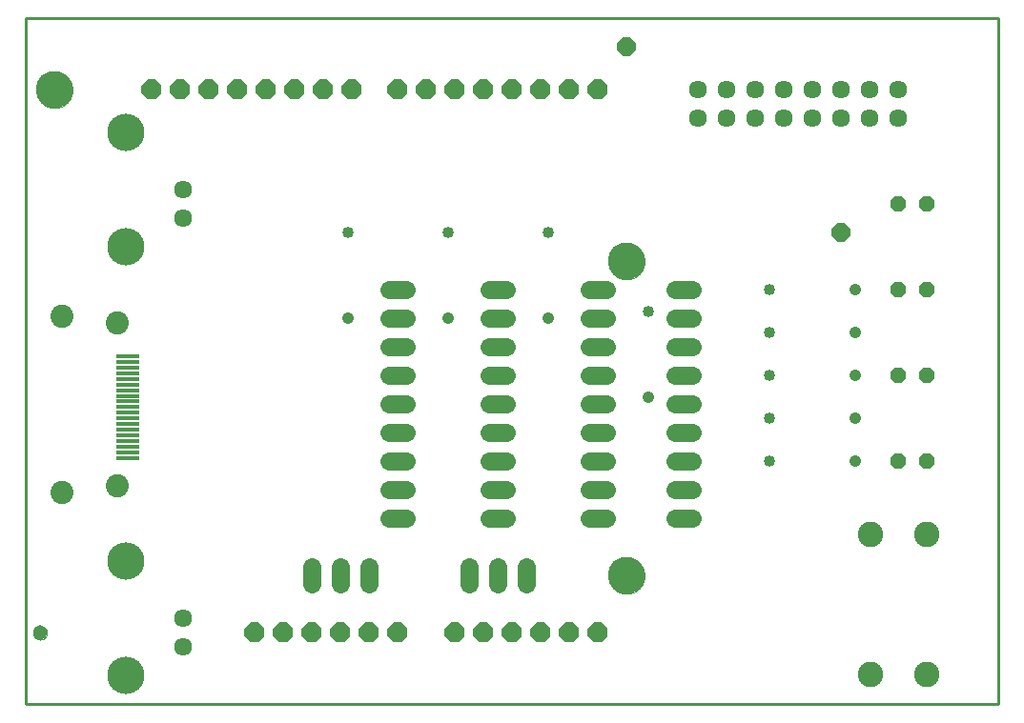
<source format=gts>
G75*
%MOIN*%
%OFA0B0*%
%FSLAX25Y25*%
%IPPOS*%
%LPD*%
%AMOC8*
5,1,8,0,0,1.08239X$1,22.5*
%
%ADD10C,0.00000*%
%ADD11C,0.12998*%
%ADD12C,0.05124*%
%ADD13C,0.01000*%
%ADD14R,0.07880X0.01581*%
%ADD15C,0.08077*%
%ADD16OC8,0.07000*%
%ADD17C,0.06400*%
%ADD18OC8,0.05600*%
%ADD19C,0.06337*%
%ADD20C,0.08900*%
%ADD21OC8,0.06400*%
%ADD22C,0.04000*%
%ADD23C,0.04123*%
%ADD24C,0.13061*%
D10*
X0079638Y0026500D02*
X0079640Y0026597D01*
X0079646Y0026694D01*
X0079656Y0026790D01*
X0079670Y0026886D01*
X0079688Y0026982D01*
X0079709Y0027076D01*
X0079735Y0027170D01*
X0079764Y0027262D01*
X0079798Y0027353D01*
X0079834Y0027443D01*
X0079875Y0027531D01*
X0079919Y0027617D01*
X0079967Y0027702D01*
X0080018Y0027784D01*
X0080072Y0027865D01*
X0080130Y0027943D01*
X0080191Y0028018D01*
X0080254Y0028091D01*
X0080321Y0028162D01*
X0080391Y0028229D01*
X0080463Y0028294D01*
X0080538Y0028355D01*
X0080616Y0028414D01*
X0080695Y0028469D01*
X0080777Y0028521D01*
X0080861Y0028569D01*
X0080947Y0028614D01*
X0081035Y0028656D01*
X0081124Y0028694D01*
X0081215Y0028728D01*
X0081307Y0028758D01*
X0081400Y0028785D01*
X0081495Y0028807D01*
X0081590Y0028826D01*
X0081686Y0028841D01*
X0081782Y0028852D01*
X0081879Y0028859D01*
X0081976Y0028862D01*
X0082073Y0028861D01*
X0082170Y0028856D01*
X0082266Y0028847D01*
X0082362Y0028834D01*
X0082458Y0028817D01*
X0082553Y0028796D01*
X0082646Y0028772D01*
X0082739Y0028743D01*
X0082831Y0028711D01*
X0082921Y0028675D01*
X0083009Y0028636D01*
X0083096Y0028592D01*
X0083181Y0028546D01*
X0083264Y0028495D01*
X0083345Y0028442D01*
X0083423Y0028385D01*
X0083500Y0028325D01*
X0083573Y0028262D01*
X0083644Y0028196D01*
X0083712Y0028127D01*
X0083778Y0028055D01*
X0083840Y0027981D01*
X0083899Y0027904D01*
X0083955Y0027825D01*
X0084008Y0027743D01*
X0084058Y0027660D01*
X0084103Y0027574D01*
X0084146Y0027487D01*
X0084185Y0027398D01*
X0084220Y0027308D01*
X0084251Y0027216D01*
X0084278Y0027123D01*
X0084302Y0027029D01*
X0084322Y0026934D01*
X0084338Y0026838D01*
X0084350Y0026742D01*
X0084358Y0026645D01*
X0084362Y0026548D01*
X0084362Y0026452D01*
X0084358Y0026355D01*
X0084350Y0026258D01*
X0084338Y0026162D01*
X0084322Y0026066D01*
X0084302Y0025971D01*
X0084278Y0025877D01*
X0084251Y0025784D01*
X0084220Y0025692D01*
X0084185Y0025602D01*
X0084146Y0025513D01*
X0084103Y0025426D01*
X0084058Y0025340D01*
X0084008Y0025257D01*
X0083955Y0025175D01*
X0083899Y0025096D01*
X0083840Y0025019D01*
X0083778Y0024945D01*
X0083712Y0024873D01*
X0083644Y0024804D01*
X0083573Y0024738D01*
X0083500Y0024675D01*
X0083423Y0024615D01*
X0083345Y0024558D01*
X0083264Y0024505D01*
X0083181Y0024454D01*
X0083096Y0024408D01*
X0083009Y0024364D01*
X0082921Y0024325D01*
X0082831Y0024289D01*
X0082739Y0024257D01*
X0082646Y0024228D01*
X0082553Y0024204D01*
X0082458Y0024183D01*
X0082362Y0024166D01*
X0082266Y0024153D01*
X0082170Y0024144D01*
X0082073Y0024139D01*
X0081976Y0024138D01*
X0081879Y0024141D01*
X0081782Y0024148D01*
X0081686Y0024159D01*
X0081590Y0024174D01*
X0081495Y0024193D01*
X0081400Y0024215D01*
X0081307Y0024242D01*
X0081215Y0024272D01*
X0081124Y0024306D01*
X0081035Y0024344D01*
X0080947Y0024386D01*
X0080861Y0024431D01*
X0080777Y0024479D01*
X0080695Y0024531D01*
X0080616Y0024586D01*
X0080538Y0024645D01*
X0080463Y0024706D01*
X0080391Y0024771D01*
X0080321Y0024838D01*
X0080254Y0024909D01*
X0080191Y0024982D01*
X0080130Y0025057D01*
X0080072Y0025135D01*
X0080018Y0025216D01*
X0079967Y0025298D01*
X0079919Y0025383D01*
X0079875Y0025469D01*
X0079834Y0025557D01*
X0079798Y0025647D01*
X0079764Y0025738D01*
X0079735Y0025830D01*
X0079709Y0025924D01*
X0079688Y0026018D01*
X0079670Y0026114D01*
X0079656Y0026210D01*
X0079646Y0026306D01*
X0079640Y0026403D01*
X0079638Y0026500D01*
X0280701Y0046500D02*
X0280703Y0046658D01*
X0280709Y0046816D01*
X0280719Y0046974D01*
X0280733Y0047132D01*
X0280751Y0047289D01*
X0280772Y0047446D01*
X0280798Y0047602D01*
X0280828Y0047758D01*
X0280861Y0047913D01*
X0280899Y0048066D01*
X0280940Y0048219D01*
X0280985Y0048371D01*
X0281034Y0048522D01*
X0281087Y0048671D01*
X0281143Y0048819D01*
X0281203Y0048965D01*
X0281267Y0049110D01*
X0281335Y0049253D01*
X0281406Y0049395D01*
X0281480Y0049535D01*
X0281558Y0049672D01*
X0281640Y0049808D01*
X0281724Y0049942D01*
X0281813Y0050073D01*
X0281904Y0050202D01*
X0281999Y0050329D01*
X0282096Y0050454D01*
X0282197Y0050576D01*
X0282301Y0050695D01*
X0282408Y0050812D01*
X0282518Y0050926D01*
X0282631Y0051037D01*
X0282746Y0051146D01*
X0282864Y0051251D01*
X0282985Y0051353D01*
X0283108Y0051453D01*
X0283234Y0051549D01*
X0283362Y0051642D01*
X0283492Y0051732D01*
X0283625Y0051818D01*
X0283760Y0051902D01*
X0283896Y0051981D01*
X0284035Y0052058D01*
X0284176Y0052130D01*
X0284318Y0052200D01*
X0284462Y0052265D01*
X0284608Y0052327D01*
X0284755Y0052385D01*
X0284904Y0052440D01*
X0285054Y0052491D01*
X0285205Y0052538D01*
X0285357Y0052581D01*
X0285510Y0052620D01*
X0285665Y0052656D01*
X0285820Y0052687D01*
X0285976Y0052715D01*
X0286132Y0052739D01*
X0286289Y0052759D01*
X0286447Y0052775D01*
X0286604Y0052787D01*
X0286763Y0052795D01*
X0286921Y0052799D01*
X0287079Y0052799D01*
X0287237Y0052795D01*
X0287396Y0052787D01*
X0287553Y0052775D01*
X0287711Y0052759D01*
X0287868Y0052739D01*
X0288024Y0052715D01*
X0288180Y0052687D01*
X0288335Y0052656D01*
X0288490Y0052620D01*
X0288643Y0052581D01*
X0288795Y0052538D01*
X0288946Y0052491D01*
X0289096Y0052440D01*
X0289245Y0052385D01*
X0289392Y0052327D01*
X0289538Y0052265D01*
X0289682Y0052200D01*
X0289824Y0052130D01*
X0289965Y0052058D01*
X0290104Y0051981D01*
X0290240Y0051902D01*
X0290375Y0051818D01*
X0290508Y0051732D01*
X0290638Y0051642D01*
X0290766Y0051549D01*
X0290892Y0051453D01*
X0291015Y0051353D01*
X0291136Y0051251D01*
X0291254Y0051146D01*
X0291369Y0051037D01*
X0291482Y0050926D01*
X0291592Y0050812D01*
X0291699Y0050695D01*
X0291803Y0050576D01*
X0291904Y0050454D01*
X0292001Y0050329D01*
X0292096Y0050202D01*
X0292187Y0050073D01*
X0292276Y0049942D01*
X0292360Y0049808D01*
X0292442Y0049672D01*
X0292520Y0049535D01*
X0292594Y0049395D01*
X0292665Y0049253D01*
X0292733Y0049110D01*
X0292797Y0048965D01*
X0292857Y0048819D01*
X0292913Y0048671D01*
X0292966Y0048522D01*
X0293015Y0048371D01*
X0293060Y0048219D01*
X0293101Y0048066D01*
X0293139Y0047913D01*
X0293172Y0047758D01*
X0293202Y0047602D01*
X0293228Y0047446D01*
X0293249Y0047289D01*
X0293267Y0047132D01*
X0293281Y0046974D01*
X0293291Y0046816D01*
X0293297Y0046658D01*
X0293299Y0046500D01*
X0293297Y0046342D01*
X0293291Y0046184D01*
X0293281Y0046026D01*
X0293267Y0045868D01*
X0293249Y0045711D01*
X0293228Y0045554D01*
X0293202Y0045398D01*
X0293172Y0045242D01*
X0293139Y0045087D01*
X0293101Y0044934D01*
X0293060Y0044781D01*
X0293015Y0044629D01*
X0292966Y0044478D01*
X0292913Y0044329D01*
X0292857Y0044181D01*
X0292797Y0044035D01*
X0292733Y0043890D01*
X0292665Y0043747D01*
X0292594Y0043605D01*
X0292520Y0043465D01*
X0292442Y0043328D01*
X0292360Y0043192D01*
X0292276Y0043058D01*
X0292187Y0042927D01*
X0292096Y0042798D01*
X0292001Y0042671D01*
X0291904Y0042546D01*
X0291803Y0042424D01*
X0291699Y0042305D01*
X0291592Y0042188D01*
X0291482Y0042074D01*
X0291369Y0041963D01*
X0291254Y0041854D01*
X0291136Y0041749D01*
X0291015Y0041647D01*
X0290892Y0041547D01*
X0290766Y0041451D01*
X0290638Y0041358D01*
X0290508Y0041268D01*
X0290375Y0041182D01*
X0290240Y0041098D01*
X0290104Y0041019D01*
X0289965Y0040942D01*
X0289824Y0040870D01*
X0289682Y0040800D01*
X0289538Y0040735D01*
X0289392Y0040673D01*
X0289245Y0040615D01*
X0289096Y0040560D01*
X0288946Y0040509D01*
X0288795Y0040462D01*
X0288643Y0040419D01*
X0288490Y0040380D01*
X0288335Y0040344D01*
X0288180Y0040313D01*
X0288024Y0040285D01*
X0287868Y0040261D01*
X0287711Y0040241D01*
X0287553Y0040225D01*
X0287396Y0040213D01*
X0287237Y0040205D01*
X0287079Y0040201D01*
X0286921Y0040201D01*
X0286763Y0040205D01*
X0286604Y0040213D01*
X0286447Y0040225D01*
X0286289Y0040241D01*
X0286132Y0040261D01*
X0285976Y0040285D01*
X0285820Y0040313D01*
X0285665Y0040344D01*
X0285510Y0040380D01*
X0285357Y0040419D01*
X0285205Y0040462D01*
X0285054Y0040509D01*
X0284904Y0040560D01*
X0284755Y0040615D01*
X0284608Y0040673D01*
X0284462Y0040735D01*
X0284318Y0040800D01*
X0284176Y0040870D01*
X0284035Y0040942D01*
X0283896Y0041019D01*
X0283760Y0041098D01*
X0283625Y0041182D01*
X0283492Y0041268D01*
X0283362Y0041358D01*
X0283234Y0041451D01*
X0283108Y0041547D01*
X0282985Y0041647D01*
X0282864Y0041749D01*
X0282746Y0041854D01*
X0282631Y0041963D01*
X0282518Y0042074D01*
X0282408Y0042188D01*
X0282301Y0042305D01*
X0282197Y0042424D01*
X0282096Y0042546D01*
X0281999Y0042671D01*
X0281904Y0042798D01*
X0281813Y0042927D01*
X0281724Y0043058D01*
X0281640Y0043192D01*
X0281558Y0043328D01*
X0281480Y0043465D01*
X0281406Y0043605D01*
X0281335Y0043747D01*
X0281267Y0043890D01*
X0281203Y0044035D01*
X0281143Y0044181D01*
X0281087Y0044329D01*
X0281034Y0044478D01*
X0280985Y0044629D01*
X0280940Y0044781D01*
X0280899Y0044934D01*
X0280861Y0045087D01*
X0280828Y0045242D01*
X0280798Y0045398D01*
X0280772Y0045554D01*
X0280751Y0045711D01*
X0280733Y0045868D01*
X0280719Y0046026D01*
X0280709Y0046184D01*
X0280703Y0046342D01*
X0280701Y0046500D01*
X0280701Y0156500D02*
X0280703Y0156658D01*
X0280709Y0156816D01*
X0280719Y0156974D01*
X0280733Y0157132D01*
X0280751Y0157289D01*
X0280772Y0157446D01*
X0280798Y0157602D01*
X0280828Y0157758D01*
X0280861Y0157913D01*
X0280899Y0158066D01*
X0280940Y0158219D01*
X0280985Y0158371D01*
X0281034Y0158522D01*
X0281087Y0158671D01*
X0281143Y0158819D01*
X0281203Y0158965D01*
X0281267Y0159110D01*
X0281335Y0159253D01*
X0281406Y0159395D01*
X0281480Y0159535D01*
X0281558Y0159672D01*
X0281640Y0159808D01*
X0281724Y0159942D01*
X0281813Y0160073D01*
X0281904Y0160202D01*
X0281999Y0160329D01*
X0282096Y0160454D01*
X0282197Y0160576D01*
X0282301Y0160695D01*
X0282408Y0160812D01*
X0282518Y0160926D01*
X0282631Y0161037D01*
X0282746Y0161146D01*
X0282864Y0161251D01*
X0282985Y0161353D01*
X0283108Y0161453D01*
X0283234Y0161549D01*
X0283362Y0161642D01*
X0283492Y0161732D01*
X0283625Y0161818D01*
X0283760Y0161902D01*
X0283896Y0161981D01*
X0284035Y0162058D01*
X0284176Y0162130D01*
X0284318Y0162200D01*
X0284462Y0162265D01*
X0284608Y0162327D01*
X0284755Y0162385D01*
X0284904Y0162440D01*
X0285054Y0162491D01*
X0285205Y0162538D01*
X0285357Y0162581D01*
X0285510Y0162620D01*
X0285665Y0162656D01*
X0285820Y0162687D01*
X0285976Y0162715D01*
X0286132Y0162739D01*
X0286289Y0162759D01*
X0286447Y0162775D01*
X0286604Y0162787D01*
X0286763Y0162795D01*
X0286921Y0162799D01*
X0287079Y0162799D01*
X0287237Y0162795D01*
X0287396Y0162787D01*
X0287553Y0162775D01*
X0287711Y0162759D01*
X0287868Y0162739D01*
X0288024Y0162715D01*
X0288180Y0162687D01*
X0288335Y0162656D01*
X0288490Y0162620D01*
X0288643Y0162581D01*
X0288795Y0162538D01*
X0288946Y0162491D01*
X0289096Y0162440D01*
X0289245Y0162385D01*
X0289392Y0162327D01*
X0289538Y0162265D01*
X0289682Y0162200D01*
X0289824Y0162130D01*
X0289965Y0162058D01*
X0290104Y0161981D01*
X0290240Y0161902D01*
X0290375Y0161818D01*
X0290508Y0161732D01*
X0290638Y0161642D01*
X0290766Y0161549D01*
X0290892Y0161453D01*
X0291015Y0161353D01*
X0291136Y0161251D01*
X0291254Y0161146D01*
X0291369Y0161037D01*
X0291482Y0160926D01*
X0291592Y0160812D01*
X0291699Y0160695D01*
X0291803Y0160576D01*
X0291904Y0160454D01*
X0292001Y0160329D01*
X0292096Y0160202D01*
X0292187Y0160073D01*
X0292276Y0159942D01*
X0292360Y0159808D01*
X0292442Y0159672D01*
X0292520Y0159535D01*
X0292594Y0159395D01*
X0292665Y0159253D01*
X0292733Y0159110D01*
X0292797Y0158965D01*
X0292857Y0158819D01*
X0292913Y0158671D01*
X0292966Y0158522D01*
X0293015Y0158371D01*
X0293060Y0158219D01*
X0293101Y0158066D01*
X0293139Y0157913D01*
X0293172Y0157758D01*
X0293202Y0157602D01*
X0293228Y0157446D01*
X0293249Y0157289D01*
X0293267Y0157132D01*
X0293281Y0156974D01*
X0293291Y0156816D01*
X0293297Y0156658D01*
X0293299Y0156500D01*
X0293297Y0156342D01*
X0293291Y0156184D01*
X0293281Y0156026D01*
X0293267Y0155868D01*
X0293249Y0155711D01*
X0293228Y0155554D01*
X0293202Y0155398D01*
X0293172Y0155242D01*
X0293139Y0155087D01*
X0293101Y0154934D01*
X0293060Y0154781D01*
X0293015Y0154629D01*
X0292966Y0154478D01*
X0292913Y0154329D01*
X0292857Y0154181D01*
X0292797Y0154035D01*
X0292733Y0153890D01*
X0292665Y0153747D01*
X0292594Y0153605D01*
X0292520Y0153465D01*
X0292442Y0153328D01*
X0292360Y0153192D01*
X0292276Y0153058D01*
X0292187Y0152927D01*
X0292096Y0152798D01*
X0292001Y0152671D01*
X0291904Y0152546D01*
X0291803Y0152424D01*
X0291699Y0152305D01*
X0291592Y0152188D01*
X0291482Y0152074D01*
X0291369Y0151963D01*
X0291254Y0151854D01*
X0291136Y0151749D01*
X0291015Y0151647D01*
X0290892Y0151547D01*
X0290766Y0151451D01*
X0290638Y0151358D01*
X0290508Y0151268D01*
X0290375Y0151182D01*
X0290240Y0151098D01*
X0290104Y0151019D01*
X0289965Y0150942D01*
X0289824Y0150870D01*
X0289682Y0150800D01*
X0289538Y0150735D01*
X0289392Y0150673D01*
X0289245Y0150615D01*
X0289096Y0150560D01*
X0288946Y0150509D01*
X0288795Y0150462D01*
X0288643Y0150419D01*
X0288490Y0150380D01*
X0288335Y0150344D01*
X0288180Y0150313D01*
X0288024Y0150285D01*
X0287868Y0150261D01*
X0287711Y0150241D01*
X0287553Y0150225D01*
X0287396Y0150213D01*
X0287237Y0150205D01*
X0287079Y0150201D01*
X0286921Y0150201D01*
X0286763Y0150205D01*
X0286604Y0150213D01*
X0286447Y0150225D01*
X0286289Y0150241D01*
X0286132Y0150261D01*
X0285976Y0150285D01*
X0285820Y0150313D01*
X0285665Y0150344D01*
X0285510Y0150380D01*
X0285357Y0150419D01*
X0285205Y0150462D01*
X0285054Y0150509D01*
X0284904Y0150560D01*
X0284755Y0150615D01*
X0284608Y0150673D01*
X0284462Y0150735D01*
X0284318Y0150800D01*
X0284176Y0150870D01*
X0284035Y0150942D01*
X0283896Y0151019D01*
X0283760Y0151098D01*
X0283625Y0151182D01*
X0283492Y0151268D01*
X0283362Y0151358D01*
X0283234Y0151451D01*
X0283108Y0151547D01*
X0282985Y0151647D01*
X0282864Y0151749D01*
X0282746Y0151854D01*
X0282631Y0151963D01*
X0282518Y0152074D01*
X0282408Y0152188D01*
X0282301Y0152305D01*
X0282197Y0152424D01*
X0282096Y0152546D01*
X0281999Y0152671D01*
X0281904Y0152798D01*
X0281813Y0152927D01*
X0281724Y0153058D01*
X0281640Y0153192D01*
X0281558Y0153328D01*
X0281480Y0153465D01*
X0281406Y0153605D01*
X0281335Y0153747D01*
X0281267Y0153890D01*
X0281203Y0154035D01*
X0281143Y0154181D01*
X0281087Y0154329D01*
X0281034Y0154478D01*
X0280985Y0154629D01*
X0280940Y0154781D01*
X0280899Y0154934D01*
X0280861Y0155087D01*
X0280828Y0155242D01*
X0280798Y0155398D01*
X0280772Y0155554D01*
X0280751Y0155711D01*
X0280733Y0155868D01*
X0280719Y0156026D01*
X0280709Y0156184D01*
X0280703Y0156342D01*
X0280701Y0156500D01*
X0080701Y0216500D02*
X0080703Y0216658D01*
X0080709Y0216816D01*
X0080719Y0216974D01*
X0080733Y0217132D01*
X0080751Y0217289D01*
X0080772Y0217446D01*
X0080798Y0217602D01*
X0080828Y0217758D01*
X0080861Y0217913D01*
X0080899Y0218066D01*
X0080940Y0218219D01*
X0080985Y0218371D01*
X0081034Y0218522D01*
X0081087Y0218671D01*
X0081143Y0218819D01*
X0081203Y0218965D01*
X0081267Y0219110D01*
X0081335Y0219253D01*
X0081406Y0219395D01*
X0081480Y0219535D01*
X0081558Y0219672D01*
X0081640Y0219808D01*
X0081724Y0219942D01*
X0081813Y0220073D01*
X0081904Y0220202D01*
X0081999Y0220329D01*
X0082096Y0220454D01*
X0082197Y0220576D01*
X0082301Y0220695D01*
X0082408Y0220812D01*
X0082518Y0220926D01*
X0082631Y0221037D01*
X0082746Y0221146D01*
X0082864Y0221251D01*
X0082985Y0221353D01*
X0083108Y0221453D01*
X0083234Y0221549D01*
X0083362Y0221642D01*
X0083492Y0221732D01*
X0083625Y0221818D01*
X0083760Y0221902D01*
X0083896Y0221981D01*
X0084035Y0222058D01*
X0084176Y0222130D01*
X0084318Y0222200D01*
X0084462Y0222265D01*
X0084608Y0222327D01*
X0084755Y0222385D01*
X0084904Y0222440D01*
X0085054Y0222491D01*
X0085205Y0222538D01*
X0085357Y0222581D01*
X0085510Y0222620D01*
X0085665Y0222656D01*
X0085820Y0222687D01*
X0085976Y0222715D01*
X0086132Y0222739D01*
X0086289Y0222759D01*
X0086447Y0222775D01*
X0086604Y0222787D01*
X0086763Y0222795D01*
X0086921Y0222799D01*
X0087079Y0222799D01*
X0087237Y0222795D01*
X0087396Y0222787D01*
X0087553Y0222775D01*
X0087711Y0222759D01*
X0087868Y0222739D01*
X0088024Y0222715D01*
X0088180Y0222687D01*
X0088335Y0222656D01*
X0088490Y0222620D01*
X0088643Y0222581D01*
X0088795Y0222538D01*
X0088946Y0222491D01*
X0089096Y0222440D01*
X0089245Y0222385D01*
X0089392Y0222327D01*
X0089538Y0222265D01*
X0089682Y0222200D01*
X0089824Y0222130D01*
X0089965Y0222058D01*
X0090104Y0221981D01*
X0090240Y0221902D01*
X0090375Y0221818D01*
X0090508Y0221732D01*
X0090638Y0221642D01*
X0090766Y0221549D01*
X0090892Y0221453D01*
X0091015Y0221353D01*
X0091136Y0221251D01*
X0091254Y0221146D01*
X0091369Y0221037D01*
X0091482Y0220926D01*
X0091592Y0220812D01*
X0091699Y0220695D01*
X0091803Y0220576D01*
X0091904Y0220454D01*
X0092001Y0220329D01*
X0092096Y0220202D01*
X0092187Y0220073D01*
X0092276Y0219942D01*
X0092360Y0219808D01*
X0092442Y0219672D01*
X0092520Y0219535D01*
X0092594Y0219395D01*
X0092665Y0219253D01*
X0092733Y0219110D01*
X0092797Y0218965D01*
X0092857Y0218819D01*
X0092913Y0218671D01*
X0092966Y0218522D01*
X0093015Y0218371D01*
X0093060Y0218219D01*
X0093101Y0218066D01*
X0093139Y0217913D01*
X0093172Y0217758D01*
X0093202Y0217602D01*
X0093228Y0217446D01*
X0093249Y0217289D01*
X0093267Y0217132D01*
X0093281Y0216974D01*
X0093291Y0216816D01*
X0093297Y0216658D01*
X0093299Y0216500D01*
X0093297Y0216342D01*
X0093291Y0216184D01*
X0093281Y0216026D01*
X0093267Y0215868D01*
X0093249Y0215711D01*
X0093228Y0215554D01*
X0093202Y0215398D01*
X0093172Y0215242D01*
X0093139Y0215087D01*
X0093101Y0214934D01*
X0093060Y0214781D01*
X0093015Y0214629D01*
X0092966Y0214478D01*
X0092913Y0214329D01*
X0092857Y0214181D01*
X0092797Y0214035D01*
X0092733Y0213890D01*
X0092665Y0213747D01*
X0092594Y0213605D01*
X0092520Y0213465D01*
X0092442Y0213328D01*
X0092360Y0213192D01*
X0092276Y0213058D01*
X0092187Y0212927D01*
X0092096Y0212798D01*
X0092001Y0212671D01*
X0091904Y0212546D01*
X0091803Y0212424D01*
X0091699Y0212305D01*
X0091592Y0212188D01*
X0091482Y0212074D01*
X0091369Y0211963D01*
X0091254Y0211854D01*
X0091136Y0211749D01*
X0091015Y0211647D01*
X0090892Y0211547D01*
X0090766Y0211451D01*
X0090638Y0211358D01*
X0090508Y0211268D01*
X0090375Y0211182D01*
X0090240Y0211098D01*
X0090104Y0211019D01*
X0089965Y0210942D01*
X0089824Y0210870D01*
X0089682Y0210800D01*
X0089538Y0210735D01*
X0089392Y0210673D01*
X0089245Y0210615D01*
X0089096Y0210560D01*
X0088946Y0210509D01*
X0088795Y0210462D01*
X0088643Y0210419D01*
X0088490Y0210380D01*
X0088335Y0210344D01*
X0088180Y0210313D01*
X0088024Y0210285D01*
X0087868Y0210261D01*
X0087711Y0210241D01*
X0087553Y0210225D01*
X0087396Y0210213D01*
X0087237Y0210205D01*
X0087079Y0210201D01*
X0086921Y0210201D01*
X0086763Y0210205D01*
X0086604Y0210213D01*
X0086447Y0210225D01*
X0086289Y0210241D01*
X0086132Y0210261D01*
X0085976Y0210285D01*
X0085820Y0210313D01*
X0085665Y0210344D01*
X0085510Y0210380D01*
X0085357Y0210419D01*
X0085205Y0210462D01*
X0085054Y0210509D01*
X0084904Y0210560D01*
X0084755Y0210615D01*
X0084608Y0210673D01*
X0084462Y0210735D01*
X0084318Y0210800D01*
X0084176Y0210870D01*
X0084035Y0210942D01*
X0083896Y0211019D01*
X0083760Y0211098D01*
X0083625Y0211182D01*
X0083492Y0211268D01*
X0083362Y0211358D01*
X0083234Y0211451D01*
X0083108Y0211547D01*
X0082985Y0211647D01*
X0082864Y0211749D01*
X0082746Y0211854D01*
X0082631Y0211963D01*
X0082518Y0212074D01*
X0082408Y0212188D01*
X0082301Y0212305D01*
X0082197Y0212424D01*
X0082096Y0212546D01*
X0081999Y0212671D01*
X0081904Y0212798D01*
X0081813Y0212927D01*
X0081724Y0213058D01*
X0081640Y0213192D01*
X0081558Y0213328D01*
X0081480Y0213465D01*
X0081406Y0213605D01*
X0081335Y0213747D01*
X0081267Y0213890D01*
X0081203Y0214035D01*
X0081143Y0214181D01*
X0081087Y0214329D01*
X0081034Y0214478D01*
X0080985Y0214629D01*
X0080940Y0214781D01*
X0080899Y0214934D01*
X0080861Y0215087D01*
X0080828Y0215242D01*
X0080798Y0215398D01*
X0080772Y0215554D01*
X0080751Y0215711D01*
X0080733Y0215868D01*
X0080719Y0216026D01*
X0080709Y0216184D01*
X0080703Y0216342D01*
X0080701Y0216500D01*
D11*
X0087000Y0216500D03*
X0287000Y0156500D03*
X0287000Y0046500D03*
D12*
X0082000Y0026500D03*
D13*
X0077000Y0001500D02*
X0417000Y0001500D01*
X0417000Y0241500D01*
X0077000Y0241500D01*
X0077000Y0001500D01*
D14*
X0112551Y0087799D03*
X0112551Y0089768D03*
X0112551Y0091736D03*
X0112551Y0093705D03*
X0112551Y0095673D03*
X0112551Y0097642D03*
X0112551Y0099610D03*
X0112551Y0101579D03*
X0112551Y0103547D03*
X0112551Y0105516D03*
X0112551Y0107484D03*
X0112551Y0109453D03*
X0112551Y0111421D03*
X0112551Y0113390D03*
X0112551Y0115358D03*
X0112551Y0117327D03*
X0112551Y0119295D03*
X0112551Y0121264D03*
X0112551Y0123232D03*
D15*
X0108811Y0135043D03*
X0089520Y0137406D03*
X0108811Y0077957D03*
X0089520Y0075594D03*
D16*
X0157000Y0026500D03*
X0167000Y0026500D03*
X0177000Y0026500D03*
X0187000Y0026500D03*
X0197000Y0026500D03*
X0207000Y0026500D03*
X0227000Y0026500D03*
X0237000Y0026500D03*
X0247000Y0026500D03*
X0257000Y0026500D03*
X0267000Y0026500D03*
X0277000Y0026500D03*
X0277000Y0216500D03*
X0267000Y0216500D03*
X0257000Y0216500D03*
X0247000Y0216500D03*
X0237000Y0216500D03*
X0227000Y0216500D03*
X0217000Y0216500D03*
X0207000Y0216500D03*
X0191000Y0216500D03*
X0181000Y0216500D03*
X0171000Y0216500D03*
X0161000Y0216500D03*
X0151000Y0216500D03*
X0141000Y0216500D03*
X0131000Y0216500D03*
X0121000Y0216500D03*
D17*
X0204000Y0146500D02*
X0210000Y0146500D01*
X0210000Y0136500D02*
X0204000Y0136500D01*
X0204000Y0126500D02*
X0210000Y0126500D01*
X0210000Y0116500D02*
X0204000Y0116500D01*
X0204000Y0106500D02*
X0210000Y0106500D01*
X0210000Y0096500D02*
X0204000Y0096500D01*
X0204000Y0086500D02*
X0210000Y0086500D01*
X0210000Y0076500D02*
X0204000Y0076500D01*
X0204000Y0066500D02*
X0210000Y0066500D01*
X0197000Y0049500D02*
X0197000Y0043500D01*
X0187000Y0043500D02*
X0187000Y0049500D01*
X0177000Y0049500D02*
X0177000Y0043500D01*
X0232000Y0043500D02*
X0232000Y0049500D01*
X0242000Y0049500D02*
X0242000Y0043500D01*
X0252000Y0043500D02*
X0252000Y0049500D01*
X0245000Y0066500D02*
X0239000Y0066500D01*
X0239000Y0076500D02*
X0245000Y0076500D01*
X0245000Y0086500D02*
X0239000Y0086500D01*
X0239000Y0096500D02*
X0245000Y0096500D01*
X0245000Y0106500D02*
X0239000Y0106500D01*
X0239000Y0116500D02*
X0245000Y0116500D01*
X0245000Y0126500D02*
X0239000Y0126500D01*
X0239000Y0136500D02*
X0245000Y0136500D01*
X0245000Y0146500D02*
X0239000Y0146500D01*
X0274000Y0146500D02*
X0280000Y0146500D01*
X0280000Y0136500D02*
X0274000Y0136500D01*
X0274000Y0126500D02*
X0280000Y0126500D01*
X0280000Y0116500D02*
X0274000Y0116500D01*
X0274000Y0106500D02*
X0280000Y0106500D01*
X0280000Y0096500D02*
X0274000Y0096500D01*
X0274000Y0086500D02*
X0280000Y0086500D01*
X0280000Y0076500D02*
X0274000Y0076500D01*
X0274000Y0066500D02*
X0280000Y0066500D01*
X0304000Y0066500D02*
X0310000Y0066500D01*
X0310000Y0076500D02*
X0304000Y0076500D01*
X0304000Y0086500D02*
X0310000Y0086500D01*
X0310000Y0096500D02*
X0304000Y0096500D01*
X0304000Y0106500D02*
X0310000Y0106500D01*
X0310000Y0116500D02*
X0304000Y0116500D01*
X0304000Y0126500D02*
X0310000Y0126500D01*
X0310000Y0136500D02*
X0304000Y0136500D01*
X0304000Y0146500D02*
X0310000Y0146500D01*
D18*
X0382000Y0146500D03*
X0392000Y0146500D03*
X0392000Y0176500D03*
X0382000Y0176500D03*
X0382000Y0116500D03*
X0392000Y0116500D03*
X0392000Y0086500D03*
X0382000Y0086500D03*
D19*
X0382000Y0206500D03*
X0372000Y0206500D03*
X0362000Y0206500D03*
X0352000Y0206500D03*
X0342000Y0206500D03*
X0332000Y0206500D03*
X0322000Y0206500D03*
X0312000Y0206500D03*
X0312000Y0216500D03*
X0322000Y0216500D03*
X0332000Y0216500D03*
X0342000Y0216500D03*
X0352000Y0216500D03*
X0362000Y0216500D03*
X0372000Y0216500D03*
X0382000Y0216500D03*
X0132000Y0181500D03*
X0132000Y0171500D03*
X0132000Y0031500D03*
X0132000Y0021500D03*
D20*
X0372157Y0011894D03*
X0391843Y0011894D03*
X0391843Y0061106D03*
X0372157Y0061106D03*
D21*
X0362000Y0166500D03*
X0287000Y0231500D03*
D22*
X0259500Y0166500D03*
X0224500Y0166500D03*
X0189500Y0166500D03*
X0294500Y0139000D03*
X0337000Y0131500D03*
X0337000Y0146500D03*
X0337000Y0116500D03*
X0337000Y0101500D03*
X0337000Y0086500D03*
D23*
X0367000Y0086500D03*
X0367000Y0101500D03*
X0367000Y0116500D03*
X0367000Y0131500D03*
X0367000Y0146500D03*
X0294500Y0109000D03*
X0259500Y0136500D03*
X0224500Y0136500D03*
X0189500Y0136500D03*
D24*
X0112000Y0161500D03*
X0112000Y0201500D03*
X0112000Y0051500D03*
X0112000Y0011500D03*
M02*

</source>
